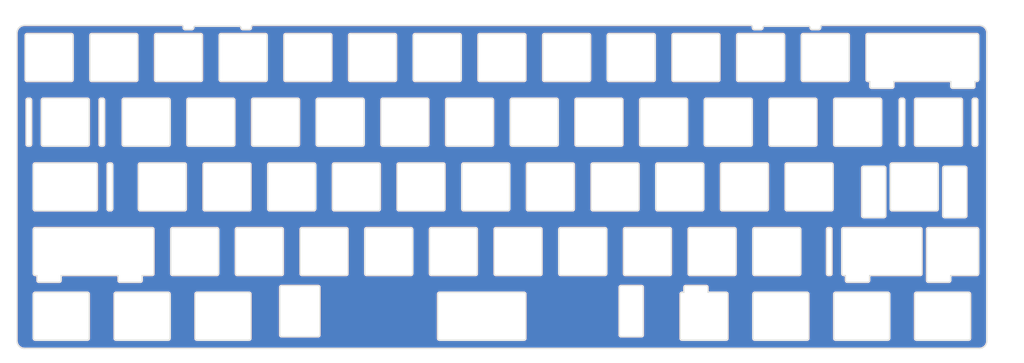
<source format=kicad_pcb>
(kicad_pcb (version 20171130) (host pcbnew "(5.1.11)-1")
  (layers (0 F.Cu signal) (31 B.Cu signal) (34 B.Paste user) (35 F.Paste user) (36 B.SilkS user) (37 F.SilkS user) (38 B.Mask user) (39 F.Mask user) (44 Edge.Cuts user))
  (net 0 "")
  (module logo:Eclipse (layer F.Cu) (at 106.44375 84.984375)
    (fp_text reference Eclipse hide)
    (fp_text value LOGO hide)
  )
  (module MX_Solder_SawnsProjects:sanpjxlogo (layer F.Cu) (at 163.64375 85.984375)
    (fp_text reference G*** hide)
    (fp_text value LOGO hide)
  )
  (gr_line (start 4.2875 22.075) (end 4.287499 35.075) (layer Edge.Cuts) (width 0.2))
  (gr_line (start 2.7875 35.075) (end 2.7875 22.074999) (layer Edge.Cuts) (width 0.2))
  (gr_arc (start 3.2875 22.075) (end 3.2875 21.575) (angle -90) (layer Edge.Cuts) (width 0.2))
  (gr_line (start 3.7875 35.575) (end 3.2875 35.575) (layer Edge.Cuts) (width 0.2))
  (gr_arc (start 3.2875 35.075) (end 2.7875 35.075) (angle -90) (layer Edge.Cuts) (width 0.2))
  (gr_arc (start 3.7875 22.075) (end 4.2875 22.075) (angle -90) (layer Edge.Cuts) (width 0.2))
  (gr_line (start 3.2875 21.575) (end 3.7875 21.575) (layer Edge.Cuts) (width 0.2))
  (gr_arc (start 3.787499 35.075) (end 3.7875 35.575) (angle -90) (layer Edge.Cuts) (width 0.2))
  (gr_arc (start 2.25 2.249999) (end 2.25 0) (angle -90) (layer Edge.Cuts) (width 0.2))
  (gr_line (start 48.55 0) (end 2.25 0) (layer Edge.Cuts) (width 0.2))
  (gr_arc (start 48.55 0.499999) (end 49.05 0.499999) (angle -90) (layer Edge.Cuts) (width 0.2))
  (gr_line (start 49.05 0.749999) (end 49.05 0.499999) (layer Edge.Cuts) (width 0.2))
  (gr_arc (start 49.55 0.749999) (end 49.05 0.749999) (angle -90) (layer Edge.Cuts) (width 0.2))
  (gr_line (start 51.55 1.249999) (end 49.55 1.249999) (layer Edge.Cuts) (width 0.2))
  (gr_arc (start 51.55 0.749999) (end 51.55 1.249999) (angle -90) (layer Edge.Cuts) (width 0.2))
  (gr_arc (start 52.55 0.749999) (end 52.55 0.249999) (angle -90) (layer Edge.Cuts) (width 0.2))
  (gr_line (start 65.55 0.249999) (end 52.55 0.249999) (layer Edge.Cuts) (width 0.2))
  (gr_arc (start 65.55 0.749999) (end 66.05 0.749999) (angle -90) (layer Edge.Cuts) (width 0.2))
  (gr_arc (start 66.55 0.749999) (end 66.05 0.749999) (angle -90) (layer Edge.Cuts) (width 0.2))
  (gr_line (start 68.55 1.249999) (end 66.55 1.249999) (layer Edge.Cuts) (width 0.2))
  (gr_arc (start 68.55 0.749999) (end 68.55 1.249999) (angle -90) (layer Edge.Cuts) (width 0.2))
  (gr_line (start 69.05 0.499999) (end 69.05 0.749999) (layer Edge.Cuts) (width 0.2))
  (gr_arc (start 69.55 0.499999) (end 69.55 0) (angle -90) (layer Edge.Cuts) (width 0.2))
  (gr_line (start 216.2 0) (end 69.55 0) (layer Edge.Cuts) (width 0.2))
  (gr_arc (start 216.2 0.499999) (end 216.7 0.499999) (angle -90) (layer Edge.Cuts) (width 0.2))
  (gr_line (start 216.7 0.749999) (end 216.7 0.499999) (layer Edge.Cuts) (width 0.2))
  (gr_arc (start 217.2 0.749999) (end 216.7 0.749999) (angle -90) (layer Edge.Cuts) (width 0.2))
  (gr_line (start 219.2 1.249999) (end 217.2 1.249999) (layer Edge.Cuts) (width 0.2))
  (gr_arc (start 219.2 0.749999) (end 219.2 1.249999) (angle -90) (layer Edge.Cuts) (width 0.2))
  (gr_arc (start 220.2 0.749999) (end 220.2 0.249999) (angle -90) (layer Edge.Cuts) (width 0.2))
  (gr_line (start 233.2 0.249999) (end 220.2 0.249999) (layer Edge.Cuts) (width 0.2))
  (gr_arc (start 233.2 0.749999) (end 233.7 0.749999) (angle -90) (layer Edge.Cuts) (width 0.2))
  (gr_arc (start 234.2 0.749999) (end 233.7 0.749999) (angle -90) (layer Edge.Cuts) (width 0.2))
  (gr_line (start 236.2 1.249999) (end 234.2 1.249999) (layer Edge.Cuts) (width 0.2))
  (gr_arc (start 236.2 0.749999) (end 236.2 1.249999) (angle -90) (layer Edge.Cuts) (width 0.2))
  (gr_line (start 236.7 0.499999) (end 236.7 0.749999) (layer Edge.Cuts) (width 0.2))
  (gr_arc (start 237.2 0.499999) (end 237.2 0) (angle -90) (layer Edge.Cuts) (width 0.2))
  (gr_line (start 283.5 0) (end 237.2 0) (layer Edge.Cuts) (width 0.2))
  (gr_arc (start 283.5 2.249999) (end 285.75 2.249999) (angle -90) (layer Edge.Cuts) (width 0.2))
  (gr_line (start 285.75 92.999999) (end 285.75 2.249999) (layer Edge.Cuts) (width 0.2))
  (gr_arc (start 283.5 92.999999) (end 283.5 95.249999) (angle -90) (layer Edge.Cuts) (width 0.2))
  (gr_line (start 2.25 95.249999) (end 283.5 95.249999) (layer Edge.Cuts) (width 0.2))
  (gr_arc (start 2.25 92.999999) (end 0 92.999999) (angle -90) (layer Edge.Cuts) (width 0.2))
  (gr_line (start 0 2.249999) (end 0 92.999999) (layer Edge.Cuts) (width 0.2))
  (gr_arc (start 195.90625 79.225) (end 195.90625 78.725) (angle -90) (layer Edge.Cuts) (width 0.2))
  (gr_line (start 195.40625 92.225) (end 195.40625 79.225) (layer Edge.Cuts) (width 0.2))
  (gr_arc (start 195.90625 92.225) (end 195.40625 92.225) (angle -90) (layer Edge.Cuts) (width 0.2))
  (gr_line (start 208.90625 92.725) (end 195.90625 92.725) (layer Edge.Cuts) (width 0.2))
  (gr_arc (start 208.90625 92.225) (end 208.90625 92.725) (angle -90) (layer Edge.Cuts) (width 0.2))
  (gr_line (start 209.40625 79.225) (end 209.40625 92.225) (layer Edge.Cuts) (width 0.2))
  (gr_arc (start 208.90625 79.225) (end 209.40625 79.225) (angle -90) (layer Edge.Cuts) (width 0.2))
  (gr_line (start 203.525 78.725) (end 208.90625 78.725) (layer Edge.Cuts) (width 0.2))
  (gr_line (start 203.525 77.225) (end 203.525 78.725) (layer Edge.Cuts) (width 0.2))
  (gr_arc (start 203.025 77.225) (end 203.525 77.225) (angle -90) (layer Edge.Cuts) (width 0.2))
  (gr_line (start 197.025 76.725) (end 203.025 76.725) (layer Edge.Cuts) (width 0.2))
  (gr_arc (start 197.025 77.225) (end 197.025 76.725) (angle -90) (layer Edge.Cuts) (width 0.2))
  (gr_line (start 196.525 78.725) (end 196.525 77.225) (layer Edge.Cuts) (width 0.2))
  (gr_line (start 195.90625 78.725) (end 196.525 78.725) (layer Edge.Cuts) (width 0.2))
  (gr_arc (start 177.96875 91.225) (end 177.46875 91.225) (angle -90) (layer Edge.Cuts) (width 0.2))
  (gr_line (start 183.96875 91.725) (end 177.96875 91.725) (layer Edge.Cuts) (width 0.2))
  (gr_arc (start 183.96875 91.225) (end 183.96875 91.725) (angle -90) (layer Edge.Cuts) (width 0.2))
  (gr_line (start 184.46875 77.225) (end 184.46875 91.225) (layer Edge.Cuts) (width 0.2))
  (gr_arc (start 183.96875 77.225) (end 184.46875 77.225) (angle -90) (layer Edge.Cuts) (width 0.2))
  (gr_line (start 177.96875 76.725) (end 183.96875 76.725) (layer Edge.Cuts) (width 0.2))
  (gr_arc (start 177.96875 77.225) (end 177.96875 76.725) (angle -90) (layer Edge.Cuts) (width 0.2))
  (gr_line (start 177.46875 91.225) (end 177.46875 77.225) (layer Edge.Cuts) (width 0.2))
  (gr_arc (start 88.725 91.225) (end 88.725 91.725) (angle -90) (layer Edge.Cuts) (width 0.2))
  (gr_line (start 89.225 77.225) (end 89.225 91.225) (layer Edge.Cuts) (width 0.2))
  (gr_arc (start 88.725 77.225) (end 89.225 77.225) (angle -90) (layer Edge.Cuts) (width 0.2))
  (gr_line (start 77.96875 76.725) (end 88.725 76.725) (layer Edge.Cuts) (width 0.2))
  (gr_arc (start 77.96875 77.225) (end 77.96875 76.725) (angle -90) (layer Edge.Cuts) (width 0.2))
  (gr_line (start 77.46875 91.225) (end 77.46875 77.225) (layer Edge.Cuts) (width 0.2))
  (gr_arc (start 77.96875 91.225) (end 77.46875 91.225) (angle -90) (layer Edge.Cuts) (width 0.2))
  (gr_line (start 88.725 91.725) (end 77.96875 91.725) (layer Edge.Cuts) (width 0.2))
  (gr_arc (start 174.475 3.024999) (end 174.475 2.524999) (angle -90) (layer Edge.Cuts) (width 0.2))
  (gr_line (start 173.975 16.024999) (end 173.975 3.025) (layer Edge.Cuts) (width 0.2))
  (gr_arc (start 174.475 16.025) (end 173.975 16.024999) (angle -90) (layer Edge.Cuts) (width 0.2))
  (gr_line (start 187.475 16.525) (end 174.475 16.525) (layer Edge.Cuts) (width 0.2))
  (gr_arc (start 187.475 16.024999) (end 187.475 16.525) (angle -90) (layer Edge.Cuts) (width 0.2))
  (gr_line (start 187.975 3.025) (end 187.975 16.024999) (layer Edge.Cuts) (width 0.2))
  (gr_arc (start 187.475 3.024999) (end 187.975 3.025) (angle -90) (layer Edge.Cuts) (width 0.2))
  (gr_line (start 174.475 2.524999) (end 187.475 2.524999) (layer Edge.Cuts) (width 0.2))
  (gr_arc (start 212.575 3.024999) (end 212.575 2.524999) (angle -90) (layer Edge.Cuts) (width 0.2))
  (gr_line (start 212.075 16.024999) (end 212.075 3.025) (layer Edge.Cuts) (width 0.2))
  (gr_arc (start 212.575 16.025) (end 212.075 16.024999) (angle -90) (layer Edge.Cuts) (width 0.2))
  (gr_line (start 225.575 16.525) (end 212.575 16.525) (layer Edge.Cuts) (width 0.2))
  (gr_arc (start 225.575 16.024999) (end 225.575 16.525) (angle -90) (layer Edge.Cuts) (width 0.2))
  (gr_line (start 226.075 3.025) (end 226.075 16.024999) (layer Edge.Cuts) (width 0.2))
  (gr_arc (start 225.575 3.024999) (end 226.075 3.025) (angle -90) (layer Edge.Cuts) (width 0.2))
  (gr_line (start 212.575 2.524999) (end 225.575 2.524999) (layer Edge.Cuts) (width 0.2))
  (gr_arc (start 7.7875 22.075) (end 7.7875 21.575) (angle -90) (layer Edge.Cuts) (width 0.2))
  (gr_line (start 7.2875 35.075) (end 7.2875 22.074999) (layer Edge.Cuts) (width 0.2))
  (gr_arc (start 7.7875 35.075) (end 7.2875 35.075) (angle -90) (layer Edge.Cuts) (width 0.2))
  (gr_line (start 20.7875 35.575) (end 7.7875 35.575) (layer Edge.Cuts) (width 0.2))
  (gr_arc (start 20.7875 35.075) (end 20.7875 35.575) (angle -90) (layer Edge.Cuts) (width 0.2))
  (gr_line (start 21.2875 22.075) (end 21.2875 35.075) (layer Edge.Cuts) (width 0.2))
  (gr_arc (start 20.7875 22.075) (end 21.2875 22.075) (angle -90) (layer Edge.Cuts) (width 0.2))
  (gr_line (start 7.7875 21.575) (end 20.7875 21.575) (layer Edge.Cuts) (width 0.2))
  (gr_arc (start 193.525 3.024999) (end 193.525 2.524999) (angle -90) (layer Edge.Cuts) (width 0.2))
  (gr_line (start 193.025 16.024999) (end 193.025 3.025) (layer Edge.Cuts) (width 0.2))
  (gr_arc (start 193.525 16.025) (end 193.025 16.024999) (angle -90) (layer Edge.Cuts) (width 0.2))
  (gr_line (start 206.525 16.525) (end 193.525 16.525) (layer Edge.Cuts) (width 0.2))
  (gr_arc (start 206.525 16.024999) (end 206.525 16.525) (angle -90) (layer Edge.Cuts) (width 0.2))
  (gr_line (start 207.025 3.025) (end 207.025 16.024999) (layer Edge.Cuts) (width 0.2))
  (gr_arc (start 206.525 3.024999) (end 207.025 3.025) (angle -90) (layer Edge.Cuts) (width 0.2))
  (gr_line (start 193.525 2.524999) (end 206.525 2.524999) (layer Edge.Cuts) (width 0.2))
  (gr_arc (start 231.625 3.024999) (end 231.625 2.524999) (angle -90) (layer Edge.Cuts) (width 0.2))
  (gr_line (start 231.125 16.024999) (end 231.125 3.025) (layer Edge.Cuts) (width 0.2))
  (gr_arc (start 231.625 16.025) (end 231.125 16.024999) (angle -90) (layer Edge.Cuts) (width 0.2))
  (gr_line (start 244.625 16.525) (end 231.625 16.525) (layer Edge.Cuts) (width 0.2))
  (gr_arc (start 244.625 16.024999) (end 244.625 16.525) (angle -90) (layer Edge.Cuts) (width 0.2))
  (gr_line (start 245.125 3.025) (end 245.125 16.024999) (layer Edge.Cuts) (width 0.2))
  (gr_arc (start 244.625 3.024999) (end 245.125 3.025) (angle -90) (layer Edge.Cuts) (width 0.2))
  (gr_line (start 231.625 2.524999) (end 244.625 2.524999) (layer Edge.Cuts) (width 0.2))
  (gr_arc (start 282.725 3.024999) (end 283.225 3.025) (angle -90) (layer Edge.Cuts) (width 0.2))
  (gr_line (start 250.675 2.525) (end 282.725 2.524999) (layer Edge.Cuts) (width 0.2))
  (gr_arc (start 250.675 3.025) (end 250.675 2.525) (angle -90) (layer Edge.Cuts) (width 0.2))
  (gr_line (start 250.175 16.024999) (end 250.175 3.025) (layer Edge.Cuts) (width 0.2))
  (gr_arc (start 250.675 16.025) (end 250.175 16.024999) (angle -90) (layer Edge.Cuts) (width 0.2))
  (gr_line (start 251.262 16.524999) (end 250.675 16.525) (layer Edge.Cuts) (width 0.2))
  (gr_line (start 251.262 18.025) (end 251.262 16.524999) (layer Edge.Cuts) (width 0.2))
  (gr_arc (start 251.762 18.025) (end 251.262 18.025) (angle -90) (layer Edge.Cuts) (width 0.2))
  (gr_line (start 257.762 18.525) (end 251.762 18.525) (layer Edge.Cuts) (width 0.2))
  (gr_arc (start 257.762 18.025) (end 257.762 18.525) (angle -90) (layer Edge.Cuts) (width 0.2))
  (gr_line (start 258.262 16.524999) (end 258.262 18.025) (layer Edge.Cuts) (width 0.2))
  (gr_line (start 275.138 16.524999) (end 258.262 16.524999) (layer Edge.Cuts) (width 0.2))
  (gr_line (start 275.138 18.025) (end 275.138 16.524999) (layer Edge.Cuts) (width 0.2))
  (gr_arc (start 275.638 18.024999) (end 275.138 18.025) (angle -90) (layer Edge.Cuts) (width 0.2))
  (gr_line (start 281.638 18.525) (end 275.638 18.525) (layer Edge.Cuts) (width 0.2))
  (gr_arc (start 281.638 18.025) (end 281.638 18.525) (angle -90) (layer Edge.Cuts) (width 0.2))
  (gr_line (start 282.138 16.524999) (end 282.138 18.025) (layer Edge.Cuts) (width 0.2))
  (gr_line (start 282.725 16.525) (end 282.138 16.524999) (layer Edge.Cuts) (width 0.2))
  (gr_arc (start 282.725 16.024999) (end 282.725 16.525) (angle -90) (layer Edge.Cuts) (width 0.2))
  (gr_line (start 283.225 3.025) (end 283.225 16.024999) (layer Edge.Cuts) (width 0.2))
  (gr_arc (start 155.425 3.024999) (end 155.425 2.524999) (angle -90) (layer Edge.Cuts) (width 0.2))
  (gr_line (start 154.925 16.024999) (end 154.925 3.025) (layer Edge.Cuts) (width 0.2))
  (gr_arc (start 155.425 16.025) (end 154.925 16.024999) (angle -90) (layer Edge.Cuts) (width 0.2))
  (gr_line (start 168.425 16.525) (end 155.425 16.525) (layer Edge.Cuts) (width 0.2))
  (gr_arc (start 168.425 16.024999) (end 168.425 16.525) (angle -90) (layer Edge.Cuts) (width 0.2))
  (gr_line (start 168.925 3.025) (end 168.925 16.024999) (layer Edge.Cuts) (width 0.2))
  (gr_arc (start 168.425 3.024999) (end 168.925 3.025) (angle -90) (layer Edge.Cuts) (width 0.2))
  (gr_line (start 155.425 2.524999) (end 168.425 2.524999) (layer Edge.Cuts) (width 0.2))
  (gr_arc (start 136.375 3.024999) (end 136.375 2.524999) (angle -90) (layer Edge.Cuts) (width 0.2))
  (gr_line (start 135.875 16.024999) (end 135.875 3.025) (layer Edge.Cuts) (width 0.2))
  (gr_arc (start 136.375 16.025) (end 135.875 16.024999) (angle -90) (layer Edge.Cuts) (width 0.2))
  (gr_line (start 149.375 16.525) (end 136.375 16.525) (layer Edge.Cuts) (width 0.2))
  (gr_arc (start 149.375 16.024999) (end 149.375 16.525) (angle -90) (layer Edge.Cuts) (width 0.2))
  (gr_line (start 149.875 3.025) (end 149.875 16.024999) (layer Edge.Cuts) (width 0.2))
  (gr_arc (start 149.375 3.024999) (end 149.875 3.025) (angle -90) (layer Edge.Cuts) (width 0.2))
  (gr_line (start 136.375 2.524999) (end 149.375 2.524999) (layer Edge.Cuts) (width 0.2))
  (gr_arc (start 117.325 3.024999) (end 117.325 2.524999) (angle -90) (layer Edge.Cuts) (width 0.2))
  (gr_line (start 116.825 16.024999) (end 116.825 3.025) (layer Edge.Cuts) (width 0.2))
  (gr_arc (start 117.325 16.025) (end 116.825 16.024999) (angle -90) (layer Edge.Cuts) (width 0.2))
  (gr_line (start 130.324999 16.525) (end 117.325 16.525) (layer Edge.Cuts) (width 0.2))
  (gr_arc (start 130.324999 16.024999) (end 130.324999 16.525) (angle -90) (layer Edge.Cuts) (width 0.2))
  (gr_line (start 130.824999 3.025) (end 130.824999 16.024999) (layer Edge.Cuts) (width 0.2))
  (gr_arc (start 130.324999 3.024999) (end 130.824999 3.025) (angle -90) (layer Edge.Cuts) (width 0.2))
  (gr_line (start 117.325 2.524999) (end 130.324999 2.524999) (layer Edge.Cuts) (width 0.2))
  (gr_arc (start 98.275 3.024999) (end 98.275 2.524999) (angle -90) (layer Edge.Cuts) (width 0.2))
  (gr_line (start 97.775 16.024999) (end 97.775 3.025) (layer Edge.Cuts) (width 0.2))
  (gr_arc (start 98.275 16.025) (end 97.775 16.024999) (angle -90) (layer Edge.Cuts) (width 0.2))
  (gr_line (start 111.275 16.525) (end 98.275 16.525) (layer Edge.Cuts) (width 0.2))
  (gr_arc (start 111.275 16.024999) (end 111.275 16.525) (angle -90) (layer Edge.Cuts) (width 0.2))
  (gr_line (start 111.775 3.025) (end 111.775 16.024999) (layer Edge.Cuts) (width 0.2))
  (gr_arc (start 111.275 3.025) (end 111.775 3.025) (angle -90) (layer Edge.Cuts) (width 0.2))
  (gr_line (start 98.275 2.524999) (end 111.275 2.524999) (layer Edge.Cuts) (width 0.2))
  (gr_arc (start 41.125 3.025) (end 41.125 2.524999) (angle -90) (layer Edge.Cuts) (width 0.2))
  (gr_line (start 40.625 16.024999) (end 40.624999 3.025) (layer Edge.Cuts) (width 0.2))
  (gr_arc (start 41.125 16.024999) (end 40.625 16.024999) (angle -90) (layer Edge.Cuts) (width 0.2))
  (gr_line (start 54.125 16.525) (end 41.125 16.524999) (layer Edge.Cuts) (width 0.2))
  (gr_arc (start 54.125 16.025) (end 54.125 16.525) (angle -90) (layer Edge.Cuts) (width 0.2))
  (gr_line (start 54.625 3.025) (end 54.625 16.024999) (layer Edge.Cuts) (width 0.2))
  (gr_arc (start 54.125 3.024999) (end 54.625 3.025) (angle -90) (layer Edge.Cuts) (width 0.2))
  (gr_line (start 41.125 2.524999) (end 54.125 2.525) (layer Edge.Cuts) (width 0.2))
  (gr_arc (start 79.225 3.024999) (end 79.225 2.524999) (angle -90) (layer Edge.Cuts) (width 0.2))
  (gr_line (start 78.725 16.024999) (end 78.725 3.025) (layer Edge.Cuts) (width 0.2))
  (gr_arc (start 79.225 16.024999) (end 78.725 16.024999) (angle -90) (layer Edge.Cuts) (width 0.2))
  (gr_line (start 92.225 16.525) (end 79.225 16.524999) (layer Edge.Cuts) (width 0.2))
  (gr_arc (start 92.225 16.024999) (end 92.225 16.525) (angle -90) (layer Edge.Cuts) (width 0.2))
  (gr_line (start 92.725 3.025) (end 92.725 16.024999) (layer Edge.Cuts) (width 0.2))
  (gr_arc (start 92.225 3.025) (end 92.725 3.025) (angle -90) (layer Edge.Cuts) (width 0.2))
  (gr_line (start 79.225 2.524999) (end 92.225 2.524999) (layer Edge.Cuts) (width 0.2))
  (gr_arc (start 60.175 3.024999) (end 60.175 2.524999) (angle -90) (layer Edge.Cuts) (width 0.2))
  (gr_line (start 59.675 16.024999) (end 59.675 3.025) (layer Edge.Cuts) (width 0.2))
  (gr_arc (start 60.175 16.025) (end 59.675 16.024999) (angle -90) (layer Edge.Cuts) (width 0.2))
  (gr_line (start 73.175 16.525) (end 60.175 16.524999) (layer Edge.Cuts) (width 0.2))
  (gr_arc (start 73.175 16.024999) (end 73.175 16.525) (angle -90) (layer Edge.Cuts) (width 0.2))
  (gr_line (start 73.675 3.025) (end 73.675 16.024999) (layer Edge.Cuts) (width 0.2))
  (gr_arc (start 73.175 3.025) (end 73.675 3.025) (angle -90) (layer Edge.Cuts) (width 0.2))
  (gr_line (start 60.175 2.524999) (end 73.175 2.525) (layer Edge.Cuts) (width 0.2))
  (gr_arc (start 22.075 3.024999) (end 22.075 2.524999) (angle -90) (layer Edge.Cuts) (width 0.2))
  (gr_line (start 21.575 16.024999) (end 21.574999 3.025) (layer Edge.Cuts) (width 0.2))
  (gr_arc (start 22.075 16.024999) (end 21.575 16.024999) (angle -90) (layer Edge.Cuts) (width 0.2))
  (gr_line (start 35.075 16.525) (end 22.075 16.524999) (layer Edge.Cuts) (width 0.2))
  (gr_arc (start 35.075 16.024999) (end 35.075 16.525) (angle -90) (layer Edge.Cuts) (width 0.2))
  (gr_line (start 35.575 3.025) (end 35.575 16.024999) (layer Edge.Cuts) (width 0.2))
  (gr_arc (start 35.075 3.025) (end 35.575 3.025) (angle -90) (layer Edge.Cuts) (width 0.2))
  (gr_line (start 22.075 2.524999) (end 35.075 2.525) (layer Edge.Cuts) (width 0.2))
  (gr_arc (start 103.0375 60.175) (end 103.0375 59.675) (angle -90) (layer Edge.Cuts) (width 0.2))
  (gr_line (start 102.5375 73.175) (end 102.5375 60.175) (layer Edge.Cuts) (width 0.2))
  (gr_arc (start 103.0375 73.175) (end 102.5375 73.175) (angle -90) (layer Edge.Cuts) (width 0.2))
  (gr_line (start 116.0375 73.675) (end 103.0375 73.675) (layer Edge.Cuts) (width 0.2))
  (gr_arc (start 116.0375 73.175) (end 116.0375 73.675) (angle -90) (layer Edge.Cuts) (width 0.2))
  (gr_line (start 116.5375 60.175) (end 116.5375 73.175) (layer Edge.Cuts) (width 0.2))
  (gr_arc (start 116.0375 60.175) (end 116.5375 60.175) (angle -90) (layer Edge.Cuts) (width 0.2))
  (gr_line (start 103.0375 59.675) (end 116.0375 59.675) (layer Edge.Cuts) (width 0.2))
  (gr_arc (start 3.025 3.025) (end 3.025 2.524999) (angle -90) (layer Edge.Cuts) (width 0.2))
  (gr_line (start 2.525 16.024999) (end 2.524999 3.025) (layer Edge.Cuts) (width 0.2))
  (gr_arc (start 3.025 16.024999) (end 2.525 16.024999) (angle -90) (layer Edge.Cuts) (width 0.2))
  (gr_line (start 16.024999 16.525) (end 3.025 16.525) (layer Edge.Cuts) (width 0.2))
  (gr_arc (start 16.024999 16.024999) (end 16.024999 16.525) (angle -90) (layer Edge.Cuts) (width 0.2))
  (gr_line (start 16.525 3.025) (end 16.525 16.024999) (layer Edge.Cuts) (width 0.2))
  (gr_arc (start 16.024999 3.025) (end 16.525 3.025) (angle -90) (layer Edge.Cuts) (width 0.2))
  (gr_line (start 3.025 2.524999) (end 16.024999 2.524999) (layer Edge.Cuts) (width 0.2))
  (gr_arc (start 179.2375 60.175) (end 179.2375 59.675) (angle -90) (layer Edge.Cuts) (width 0.2))
  (gr_line (start 178.7375 73.175) (end 178.7375 60.175) (layer Edge.Cuts) (width 0.2))
  (gr_arc (start 179.2375 73.175) (end 178.7375 73.175) (angle -90) (layer Edge.Cuts) (width 0.2))
  (gr_line (start 192.2375 73.675) (end 179.2375 73.675) (layer Edge.Cuts) (width 0.2))
  (gr_arc (start 192.2375 73.174999) (end 192.2375 73.675) (angle -90) (layer Edge.Cuts) (width 0.2))
  (gr_line (start 192.7375 60.175) (end 192.7375 73.175) (layer Edge.Cuts) (width 0.2))
  (gr_arc (start 192.2375 60.175) (end 192.7375 60.175) (angle -90) (layer Edge.Cuts) (width 0.2))
  (gr_line (start 179.2375 59.675) (end 192.2375 59.675) (layer Edge.Cuts) (width 0.2))
  (gr_arc (start 64.9375 60.175) (end 64.9375 59.675) (angle -90) (layer Edge.Cuts) (width 0.2))
  (gr_line (start 64.4375 73.175) (end 64.4375 60.175) (layer Edge.Cuts) (width 0.2))
  (gr_arc (start 64.9375 73.175) (end 64.4375 73.175) (angle -90) (layer Edge.Cuts) (width 0.2))
  (gr_line (start 77.9375 73.675) (end 64.9375 73.675) (layer Edge.Cuts) (width 0.2))
  (gr_arc (start 77.9375 73.175) (end 77.9375 73.675) (angle -90) (layer Edge.Cuts) (width 0.2))
  (gr_line (start 78.4375 60.175) (end 78.4375 73.175) (layer Edge.Cuts) (width 0.2))
  (gr_arc (start 77.9375 60.175) (end 78.4375 60.175) (angle -90) (layer Edge.Cuts) (width 0.2))
  (gr_line (start 64.9375 59.675) (end 77.9375 59.675) (layer Edge.Cuts) (width 0.2))
  (gr_arc (start 141.1375 60.175) (end 141.1375 59.675) (angle -90) (layer Edge.Cuts) (width 0.2))
  (gr_line (start 140.6375 73.175) (end 140.6375 60.175) (layer Edge.Cuts) (width 0.2))
  (gr_arc (start 141.1375 73.175) (end 140.6375 73.175) (angle -90) (layer Edge.Cuts) (width 0.2))
  (gr_line (start 154.1375 73.675) (end 141.1375 73.675) (layer Edge.Cuts) (width 0.2))
  (gr_arc (start 154.1375 73.174999) (end 154.1375 73.675) (angle -90) (layer Edge.Cuts) (width 0.2))
  (gr_line (start 154.6375 60.175) (end 154.6375 73.175) (layer Edge.Cuts) (width 0.2))
  (gr_arc (start 154.1375 60.175) (end 154.6375 60.175) (angle -90) (layer Edge.Cuts) (width 0.2))
  (gr_line (start 141.1375 59.675) (end 154.1375 59.675) (layer Edge.Cuts) (width 0.2))
  (gr_arc (start 58.8875 60.175) (end 59.3875 60.175) (angle -90) (layer Edge.Cuts) (width 0.2))
  (gr_line (start 45.8875 59.675) (end 58.8875 59.675) (layer Edge.Cuts) (width 0.2))
  (gr_arc (start 45.8875 60.175) (end 45.8875 59.675) (angle -90) (layer Edge.Cuts) (width 0.2))
  (gr_line (start 45.3875 73.175) (end 45.3875 60.175) (layer Edge.Cuts) (width 0.2))
  (gr_arc (start 45.8875 73.175) (end 45.3875 73.175) (angle -90) (layer Edge.Cuts) (width 0.2))
  (gr_line (start 58.8875 73.675) (end 45.8875 73.675) (layer Edge.Cuts) (width 0.2))
  (gr_arc (start 58.8875 73.175) (end 58.8875 73.675) (angle -90) (layer Edge.Cuts) (width 0.2))
  (gr_line (start 59.3875 60.175) (end 59.3875 73.175) (layer Edge.Cuts) (width 0.2))
  (gr_arc (start 160.1875 60.175) (end 160.1875 59.675) (angle -90) (layer Edge.Cuts) (width 0.2))
  (gr_line (start 159.6875 73.175) (end 159.6875 60.175) (layer Edge.Cuts) (width 0.2))
  (gr_arc (start 160.1875 73.175) (end 159.6875 73.175) (angle -90) (layer Edge.Cuts) (width 0.2))
  (gr_line (start 173.1875 73.675) (end 160.1875 73.675) (layer Edge.Cuts) (width 0.2))
  (gr_arc (start 173.1875 73.174999) (end 173.1875 73.675) (angle -90) (layer Edge.Cuts) (width 0.2))
  (gr_line (start 173.6875 60.175) (end 173.6875 73.175) (layer Edge.Cuts) (width 0.2))
  (gr_arc (start 173.1875 60.175) (end 173.6875 60.175) (angle -90) (layer Edge.Cuts) (width 0.2))
  (gr_line (start 160.1875 59.675) (end 173.1875 59.675) (layer Edge.Cuts) (width 0.2))
  (gr_arc (start 122.0875 60.175) (end 122.0875 59.675) (angle -90) (layer Edge.Cuts) (width 0.2))
  (gr_line (start 121.5875 73.175) (end 121.5875 60.175) (layer Edge.Cuts) (width 0.2))
  (gr_arc (start 122.0875 73.175) (end 121.5875 73.175) (angle -90) (layer Edge.Cuts) (width 0.2))
  (gr_line (start 135.0875 73.675) (end 122.0875 73.675) (layer Edge.Cuts) (width 0.2))
  (gr_arc (start 135.0875 73.175) (end 135.0875 73.675) (angle -90) (layer Edge.Cuts) (width 0.2))
  (gr_line (start 135.5875 60.175) (end 135.5875 73.175) (layer Edge.Cuts) (width 0.2))
  (gr_arc (start 135.0875 60.175) (end 135.5875 60.175) (angle -90) (layer Edge.Cuts) (width 0.2))
  (gr_line (start 122.0875 59.675) (end 135.0875 59.675) (layer Edge.Cuts) (width 0.2))
  (gr_arc (start 198.2875 60.175) (end 198.2875 59.675) (angle -90) (layer Edge.Cuts) (width 0.2))
  (gr_line (start 197.7875 73.175) (end 197.7875 60.175) (layer Edge.Cuts) (width 0.2))
  (gr_arc (start 198.2875 73.175) (end 197.7875 73.175) (angle -90) (layer Edge.Cuts) (width 0.2))
  (gr_line (start 211.2875 73.675) (end 198.2875 73.675) (layer Edge.Cuts) (width 0.2))
  (gr_arc (start 211.2875 73.174999) (end 211.2875 73.675) (angle -90) (layer Edge.Cuts) (width 0.2))
  (gr_line (start 211.7875 60.175) (end 211.7875 73.175) (layer Edge.Cuts) (width 0.2))
  (gr_arc (start 211.2875 60.175) (end 211.7875 60.175) (angle -90) (layer Edge.Cuts) (width 0.2))
  (gr_line (start 198.2875 59.675) (end 211.2875 59.675) (layer Edge.Cuts) (width 0.2))
  (gr_arc (start 83.987499 60.175) (end 83.9875 59.675) (angle -90) (layer Edge.Cuts) (width 0.2))
  (gr_line (start 83.487499 73.175) (end 83.487499 60.175) (layer Edge.Cuts) (width 0.2))
  (gr_arc (start 83.9875 73.175) (end 83.487499 73.175) (angle -90) (layer Edge.Cuts) (width 0.2))
  (gr_line (start 96.9875 73.675) (end 83.9875 73.675) (layer Edge.Cuts) (width 0.2))
  (gr_arc (start 96.9875 73.175) (end 96.9875 73.675) (angle -90) (layer Edge.Cuts) (width 0.2))
  (gr_line (start 97.4875 60.175) (end 97.4875 73.175) (layer Edge.Cuts) (width 0.2))
  (gr_arc (start 96.9875 60.175) (end 97.4875 60.175) (angle -90) (layer Edge.Cuts) (width 0.2))
  (gr_line (start 83.9875 59.675) (end 96.9875 59.675) (layer Edge.Cuts) (width 0.2))
  (gr_arc (start 217.3375 60.175) (end 217.3375 59.675) (angle -90) (layer Edge.Cuts) (width 0.2))
  (gr_line (start 216.8375 73.175) (end 216.8375 60.175) (layer Edge.Cuts) (width 0.2))
  (gr_arc (start 217.3375 73.175) (end 216.8375 73.175) (angle -90) (layer Edge.Cuts) (width 0.2))
  (gr_line (start 230.3375 73.675) (end 217.3375 73.675) (layer Edge.Cuts) (width 0.2))
  (gr_arc (start 230.3375 73.174999) (end 230.3375 73.675) (angle -90) (layer Edge.Cuts) (width 0.2))
  (gr_line (start 230.8375 60.175) (end 230.8375 73.175) (layer Edge.Cuts) (width 0.2))
  (gr_arc (start 230.3375 60.175) (end 230.8375 60.175) (angle -90) (layer Edge.Cuts) (width 0.2))
  (gr_line (start 217.3375 59.675) (end 230.3375 59.675) (layer Edge.Cuts) (width 0.2))
  (gr_arc (start 280.34375 92.225) (end 280.34375 92.725) (angle -90) (layer Edge.Cuts) (width 0.2))
  (gr_line (start 280.84375 79.225) (end 280.84375 92.225) (layer Edge.Cuts) (width 0.2))
  (gr_arc (start 280.34375 79.225) (end 280.84375 79.225) (angle -90) (layer Edge.Cuts) (width 0.2))
  (gr_line (start 264.962499 78.725) (end 280.34375 78.725) (layer Edge.Cuts) (width 0.2))
  (gr_arc (start 264.962499 79.225) (end 264.962499 78.725) (angle -90) (layer Edge.Cuts) (width 0.2))
  (gr_line (start 264.462499 92.225) (end 264.462499 79.225) (layer Edge.Cuts) (width 0.2))
  (gr_arc (start 264.962499 92.225) (end 264.462499 92.225) (angle -90) (layer Edge.Cuts) (width 0.2))
  (gr_line (start 280.34375 92.725) (end 264.962499 92.725) (layer Edge.Cuts) (width 0.2))
  (gr_arc (start 149.375 79.225) (end 149.875 79.225) (angle -90) (layer Edge.Cuts) (width 0.2))
  (gr_line (start 124.46875 78.725) (end 149.375 78.725) (layer Edge.Cuts) (width 0.2))
  (gr_arc (start 124.46875 79.225) (end 124.46875 78.725) (angle -90) (layer Edge.Cuts) (width 0.2))
  (gr_line (start 123.96875 92.225) (end 123.96875 79.225) (layer Edge.Cuts) (width 0.2))
  (gr_arc (start 124.46875 92.225) (end 123.96875 92.225) (angle -90) (layer Edge.Cuts) (width 0.2))
  (gr_line (start 149.375 92.725) (end 124.46875 92.725) (layer Edge.Cuts) (width 0.2))
  (gr_arc (start 149.375 92.225) (end 149.375 92.725) (angle -90) (layer Edge.Cuts) (width 0.2))
  (gr_line (start 149.875 79.225) (end 149.875 92.225) (layer Edge.Cuts) (width 0.2))
  (gr_arc (start 256.53125 79.225) (end 257.03125 79.225) (angle -90) (layer Edge.Cuts) (width 0.2))
  (gr_line (start 241.15 78.725) (end 256.53125 78.725) (layer Edge.Cuts) (width 0.2))
  (gr_arc (start 241.15 79.225) (end 241.15 78.725) (angle -90) (layer Edge.Cuts) (width 0.2))
  (gr_line (start 240.65 92.225) (end 240.65 79.225) (layer Edge.Cuts) (width 0.2))
  (gr_arc (start 241.15 92.224999) (end 240.65 92.225) (angle -90) (layer Edge.Cuts) (width 0.2))
  (gr_line (start 256.53125 92.725) (end 241.15 92.725) (layer Edge.Cuts) (width 0.2))
  (gr_arc (start 256.53125 92.224999) (end 256.53125 92.725) (angle -90) (layer Edge.Cuts) (width 0.2))
  (gr_line (start 257.03125 79.225) (end 257.03125 92.225) (layer Edge.Cuts) (width 0.2))
  (gr_arc (start 232.71875 79.225) (end 233.21875 79.225) (angle -90) (layer Edge.Cuts) (width 0.2))
  (gr_line (start 217.3375 78.725) (end 232.71875 78.725) (layer Edge.Cuts) (width 0.2))
  (gr_arc (start 217.3375 79.225) (end 217.3375 78.725) (angle -90) (layer Edge.Cuts) (width 0.2))
  (gr_line (start 216.8375 92.225) (end 216.8375 79.225) (layer Edge.Cuts) (width 0.2))
  (gr_arc (start 217.3375 92.225) (end 216.8375 92.225) (angle -90) (layer Edge.Cuts) (width 0.2))
  (gr_line (start 232.71875 92.725) (end 217.3375 92.725) (layer Edge.Cuts) (width 0.2))
  (gr_arc (start 232.71875 92.224999) (end 232.71875 92.725) (angle -90) (layer Edge.Cuts) (width 0.2))
  (gr_line (start 233.21875 79.225) (end 233.21875 92.225) (layer Edge.Cuts) (width 0.2))
  (gr_arc (start 29.21875 79.225) (end 29.21875 78.725) (angle -90) (layer Edge.Cuts) (width 0.2))
  (gr_line (start 28.71875 92.225) (end 28.71875 79.225) (layer Edge.Cuts) (width 0.2))
  (gr_arc (start 29.21875 92.225) (end 28.71875 92.225) (angle -90) (layer Edge.Cuts) (width 0.2))
  (gr_line (start 44.6 92.725) (end 29.21875 92.725) (layer Edge.Cuts) (width 0.2))
  (gr_arc (start 44.6 92.225) (end 44.6 92.725) (angle -90) (layer Edge.Cuts) (width 0.2))
  (gr_line (start 45.099999 79.225) (end 45.1 92.225) (layer Edge.Cuts) (width 0.2))
  (gr_arc (start 44.599999 79.225) (end 45.099999 79.225) (angle -90) (layer Edge.Cuts) (width 0.2))
  (gr_line (start 29.21875 78.725) (end 44.6 78.725) (layer Edge.Cuts) (width 0.2))
  (gr_arc (start 5.40625 79.225) (end 5.40625 78.725) (angle -90) (layer Edge.Cuts) (width 0.2))
  (gr_line (start 4.90625 92.225) (end 4.90625 79.225) (layer Edge.Cuts) (width 0.2))
  (gr_arc (start 5.40625 92.225) (end 4.90625 92.225) (angle -90) (layer Edge.Cuts) (width 0.2))
  (gr_line (start 20.7875 92.725) (end 5.406249 92.725) (layer Edge.Cuts) (width 0.2))
  (gr_arc (start 20.787499 92.225) (end 20.7875 92.725) (angle -90) (layer Edge.Cuts) (width 0.2))
  (gr_line (start 21.2875 79.225) (end 21.2875 92.225) (layer Edge.Cuts) (width 0.2))
  (gr_arc (start 20.7875 79.225) (end 21.2875 79.225) (angle -90) (layer Edge.Cuts) (width 0.2))
  (gr_line (start 5.40625 78.725) (end 20.7875 78.725) (layer Edge.Cuts) (width 0.2))
  (gr_arc (start 53.03125 79.225) (end 53.03125 78.725) (angle -90) (layer Edge.Cuts) (width 0.2))
  (gr_line (start 52.53125 92.225) (end 52.53125 79.225) (layer Edge.Cuts) (width 0.2))
  (gr_arc (start 53.03125 92.225) (end 52.53125 92.225) (angle -90) (layer Edge.Cuts) (width 0.2))
  (gr_line (start 68.4125 92.725) (end 53.03125 92.725) (layer Edge.Cuts) (width 0.2))
  (gr_arc (start 68.412499 92.224999) (end 68.4125 92.725) (angle -90) (layer Edge.Cuts) (width 0.2))
  (gr_line (start 68.9125 79.225) (end 68.9125 92.225) (layer Edge.Cuts) (width 0.2))
  (gr_arc (start 68.4125 79.225) (end 68.9125 79.225) (angle -90) (layer Edge.Cuts) (width 0.2))
  (gr_line (start 53.03125 78.725) (end 68.4125 78.725) (layer Edge.Cuts) (width 0.2))
  (gr_line (start 267.99425 60.066129) (end 267.99425 73.044085) (layer Edge.Cuts) (width 0.2))
  (gr_arc (start 268.482253 60.174999) (end 268.482742 59.675) (angle -77.47963309) (layer Edge.Cuts) (width 0.2))
  (gr_line (start 282.725 59.675) (end 268.482742 59.675) (layer Edge.Cuts) (width 0.2))
  (gr_arc (start 282.725 60.175) (end 283.225 60.175) (angle -90) (layer Edge.Cuts) (width 0.2))
  (gr_line (start 283.225 73.175) (end 283.225 60.175) (layer Edge.Cuts) (width 0.2))
  (gr_arc (start 282.725 73.175) (end 282.725 73.675) (angle -90) (layer Edge.Cuts) (width 0.2))
  (gr_line (start 274.99425 73.675) (end 282.725 73.675) (layer Edge.Cuts) (width 0.2))
  (gr_line (start 274.99425 75.175) (end 274.99425 73.675) (layer Edge.Cuts) (width 0.2))
  (gr_arc (start 274.49425 75.175) (end 274.49425 75.675) (angle -90) (layer Edge.Cuts) (width 0.2))
  (gr_line (start 268.49425 75.675) (end 274.49425 75.675) (layer Edge.Cuts) (width 0.2))
  (gr_arc (start 268.49425 75.175) (end 267.99425 75.175) (angle -90) (layer Edge.Cuts) (width 0.2))
  (gr_line (start 267.99425 73.305914) (end 267.99425 75.175) (layer Edge.Cuts) (width 0.2))
  (gr_arc (start 268.476807 73.175) (end 267.99425 73.044085) (angle -30.35716126) (layer Edge.Cuts) (width 0.2))
  (gr_arc (start 243.53125 60.175) (end 243.53125 59.675) (angle -90) (layer Edge.Cuts) (width 0.2))
  (gr_line (start 243.03125 73.175) (end 243.03125 60.175) (layer Edge.Cuts) (width 0.2))
  (gr_arc (start 243.53125 73.175) (end 243.03125 73.175) (angle -90) (layer Edge.Cuts) (width 0.2))
  (gr_line (start 244.11825 73.675) (end 243.53125 73.675) (layer Edge.Cuts) (width 0.2))
  (gr_line (start 244.11825 75.175) (end 244.11825 73.675) (layer Edge.Cuts) (width 0.2))
  (gr_arc (start 244.61825 75.175) (end 244.11825 75.175) (angle -90) (layer Edge.Cuts) (width 0.2))
  (gr_line (start 250.61825 75.675) (end 244.61825 75.675) (layer Edge.Cuts) (width 0.2))
  (gr_arc (start 250.61825 75.175) (end 250.61825 75.675) (angle -90) (layer Edge.Cuts) (width 0.2))
  (gr_line (start 251.11825 73.675) (end 251.11825 75.175) (layer Edge.Cuts) (width 0.2))
  (gr_line (start 266.056249 73.675) (end 251.11825 73.675) (layer Edge.Cuts) (width 0.2))
  (gr_arc (start 266.056249 73.175) (end 266.056249 73.675) (angle -90) (layer Edge.Cuts) (width 0.2))
  (gr_line (start 266.556249 60.175) (end 266.556249 73.175) (layer Edge.Cuts) (width 0.2))
  (gr_arc (start 266.056249 60.175) (end 266.556249 60.175) (angle -90) (layer Edge.Cuts) (width 0.2))
  (gr_line (start 243.53125 59.675) (end 266.056249 59.675) (layer Edge.Cuts) (width 0.2))
  (gr_arc (start 239.03125 60.175) (end 239.03125 59.675) (angle -90) (layer Edge.Cuts) (width 0.2))
  (gr_line (start 238.53125 73.175) (end 238.53125 60.175) (layer Edge.Cuts) (width 0.2))
  (gr_arc (start 239.03125 73.175) (end 238.53125 73.175) (angle -90) (layer Edge.Cuts) (width 0.2))
  (gr_line (start 239.53125 73.675) (end 239.03125 73.675) (layer Edge.Cuts) (width 0.2))
  (gr_arc (start 239.53125 73.175) (end 239.53125 73.675) (angle -90) (layer Edge.Cuts) (width 0.2))
  (gr_line (start 240.03125 60.175) (end 240.03125 73.175) (layer Edge.Cuts) (width 0.2))
  (gr_arc (start 239.53125 60.175) (end 240.03125 60.175) (angle -90) (layer Edge.Cuts) (width 0.2))
  (gr_line (start 239.03125 59.675) (end 239.53125 59.675) (layer Edge.Cuts) (width 0.2))
  (gr_arc (start 39.837499 73.175) (end 39.8375 73.675) (angle -90) (layer Edge.Cuts) (width 0.2))
  (gr_line (start 40.3375 60.175) (end 40.337499 73.175) (layer Edge.Cuts) (width 0.2))
  (gr_arc (start 39.8375 60.175) (end 40.3375 60.175) (angle -90) (layer Edge.Cuts) (width 0.2))
  (gr_line (start 5.40625 59.675) (end 39.8375 59.675) (layer Edge.Cuts) (width 0.2))
  (gr_arc (start 5.406249 60.175) (end 5.40625 59.675) (angle -90) (layer Edge.Cuts) (width 0.2))
  (gr_line (start 4.90625 73.175) (end 4.90625 60.175) (layer Edge.Cuts) (width 0.2))
  (gr_arc (start 5.40625 73.175) (end 4.90625 73.175) (angle -90) (layer Edge.Cuts) (width 0.2))
  (gr_line (start 5.99325 73.675) (end 5.40625 73.675) (layer Edge.Cuts) (width 0.2))
  (gr_line (start 5.99325 75.175) (end 5.99325 73.675) (layer Edge.Cuts) (width 0.2))
  (gr_arc (start 6.49325 75.175) (end 5.99325 75.175) (angle -90) (layer Edge.Cuts) (width 0.2))
  (gr_line (start 12.49325 75.675) (end 6.49325 75.675) (layer Edge.Cuts) (width 0.2))
  (gr_arc (start 12.49325 75.175) (end 12.49325 75.675) (angle -90) (layer Edge.Cuts) (width 0.2))
  (gr_line (start 12.99325 73.675) (end 12.993249 75.175) (layer Edge.Cuts) (width 0.2))
  (gr_line (start 29.86925 73.675) (end 12.99325 73.675) (layer Edge.Cuts) (width 0.2))
  (gr_line (start 29.86925 75.175) (end 29.86925 73.675) (layer Edge.Cuts) (width 0.2))
  (gr_arc (start 30.36925 75.175) (end 29.86925 75.175) (angle -90) (layer Edge.Cuts) (width 0.2))
  (gr_line (start 36.36925 75.675) (end 30.36925 75.675) (layer Edge.Cuts) (width 0.2))
  (gr_arc (start 36.36925 75.175) (end 36.36925 75.675) (angle -90) (layer Edge.Cuts) (width 0.2))
  (gr_line (start 36.86925 73.675) (end 36.86925 75.175) (layer Edge.Cuts) (width 0.2))
  (gr_line (start 39.8375 73.675) (end 36.86925 73.675) (layer Edge.Cuts) (width 0.2))
  (gr_arc (start 273.25675 42.125) (end 273.25675 41.625) (angle -90) (layer Edge.Cuts) (width 0.2))
  (gr_line (start 272.75675 56.125) (end 272.75675 42.125) (layer Edge.Cuts) (width 0.2))
  (gr_arc (start 273.25675 56.125) (end 272.75675 56.125) (angle -90) (layer Edge.Cuts) (width 0.2))
  (gr_line (start 279.25675 56.625) (end 273.25675 56.625) (layer Edge.Cuts) (width 0.2))
  (gr_arc (start 279.25675 56.125) (end 279.25675 56.625) (angle -90) (layer Edge.Cuts) (width 0.2))
  (gr_line (start 279.75675 42.125) (end 279.75675 56.125) (layer Edge.Cuts) (width 0.2))
  (gr_arc (start 279.25675 42.125) (end 279.75675 42.125) (angle -90) (layer Edge.Cuts) (width 0.2))
  (gr_line (start 273.25675 41.625) (end 279.25675 41.625) (layer Edge.Cuts) (width 0.2))
  (gr_line (start 182.7125 40.625) (end 169.7125 40.625) (layer Edge.Cuts) (width 0.2))
  (gr_arc (start 182.7125 41.125) (end 183.2125 41.125) (angle -90) (layer Edge.Cuts) (width 0.2))
  (gr_line (start 183.2125 54.125) (end 183.2125 41.125) (layer Edge.Cuts) (width 0.2))
  (gr_arc (start 182.7125 54.125) (end 182.7125 54.625) (angle -90) (layer Edge.Cuts) (width 0.2))
  (gr_line (start 169.7125 54.625) (end 182.7125 54.625) (layer Edge.Cuts) (width 0.2))
  (gr_arc (start 169.7125 54.125) (end 169.2125 54.125) (angle -90) (layer Edge.Cuts) (width 0.2))
  (gr_line (start 169.2125 41.125) (end 169.2125 54.125) (layer Edge.Cuts) (width 0.2))
  (gr_arc (start 169.7125 41.125) (end 169.7125 40.625) (angle -90) (layer Edge.Cuts) (width 0.2))
  (gr_arc (start 163.6625 41.125) (end 164.1625 41.125) (angle -90) (layer Edge.Cuts) (width 0.2))
  (gr_line (start 150.6625 40.625) (end 163.6625 40.624999) (layer Edge.Cuts) (width 0.2))
  (gr_arc (start 150.6625 41.125) (end 150.6625 40.625) (angle -90) (layer Edge.Cuts) (width 0.2))
  (gr_line (start 150.1625 54.125) (end 150.1625 41.125) (layer Edge.Cuts) (width 0.2))
  (gr_arc (start 150.6625 54.125) (end 150.1625 54.125) (angle -90) (layer Edge.Cuts) (width 0.2))
  (gr_line (start 163.6625 54.625) (end 150.6625 54.625) (layer Edge.Cuts) (width 0.2))
  (gr_arc (start 163.6625 54.125) (end 163.6625 54.625) (angle -90) (layer Edge.Cuts) (width 0.2))
  (gr_line (start 164.1625 41.125) (end 164.1625 54.125) (layer Edge.Cuts) (width 0.2))
  (gr_arc (start 255.38075 42.125) (end 255.88075 42.125) (angle -90) (layer Edge.Cuts) (width 0.2))
  (gr_line (start 249.38075 41.625) (end 255.38075 41.625) (layer Edge.Cuts) (width 0.2))
  (gr_arc (start 249.38075 42.125) (end 249.38075 41.625) (angle -90) (layer Edge.Cuts) (width 0.2))
  (gr_line (start 248.88075 56.125) (end 248.88075 42.125) (layer Edge.Cuts) (width 0.2))
  (gr_arc (start 249.38075 56.125) (end 248.88075 56.125) (angle -90) (layer Edge.Cuts) (width 0.2))
  (gr_line (start 255.38075 56.625) (end 249.38075 56.625) (layer Edge.Cuts) (width 0.2))
  (gr_arc (start 255.38075 56.125) (end 255.38075 56.625) (angle -90) (layer Edge.Cuts) (width 0.2))
  (gr_line (start 255.88075 42.125) (end 255.88075 56.125) (layer Edge.Cuts) (width 0.2))
  (gr_arc (start 201.7625 41.125) (end 202.2625 41.125) (angle -90) (layer Edge.Cuts) (width 0.2))
  (gr_line (start 188.7625 40.625) (end 201.7625 40.624999) (layer Edge.Cuts) (width 0.2))
  (gr_arc (start 188.7625 41.125) (end 188.7625 40.625) (angle -90) (layer Edge.Cuts) (width 0.2))
  (gr_line (start 188.2625 54.125) (end 188.2625 41.125) (layer Edge.Cuts) (width 0.2))
  (gr_arc (start 188.7625 54.125) (end 188.2625 54.125) (angle -90) (layer Edge.Cuts) (width 0.2))
  (gr_line (start 201.7625 54.625) (end 188.7625 54.625) (layer Edge.Cuts) (width 0.2))
  (gr_arc (start 201.7625 54.125) (end 201.7625 54.625) (angle -90) (layer Edge.Cuts) (width 0.2))
  (gr_line (start 202.2625 41.125) (end 202.2625 54.125) (layer Edge.Cuts) (width 0.2))
  (gr_arc (start 207.8125 41.125) (end 207.8125 40.625) (angle -90) (layer Edge.Cuts) (width 0.2))
  (gr_line (start 207.3125 54.125) (end 207.3125 41.125) (layer Edge.Cuts) (width 0.2))
  (gr_arc (start 207.8125 54.125) (end 207.3125 54.125) (angle -90) (layer Edge.Cuts) (width 0.2))
  (gr_line (start 220.8125 54.625) (end 207.8125 54.625) (layer Edge.Cuts) (width 0.2))
  (gr_arc (start 220.8125 54.125) (end 220.8125 54.625) (angle -90) (layer Edge.Cuts) (width 0.2))
  (gr_line (start 221.3125 41.125) (end 221.3125 54.125) (layer Edge.Cuts) (width 0.2))
  (gr_arc (start 220.8125 41.125) (end 221.3125 41.125) (angle -90) (layer Edge.Cuts) (width 0.2))
  (gr_line (start 207.8125 40.625) (end 220.8125 40.624999) (layer Edge.Cuts) (width 0.2))
  (gr_line (start 239.8625 40.625) (end 226.8625 40.625) (layer Edge.Cuts) (width 0.2))
  (gr_arc (start 239.8625 41.125) (end 240.3625 41.125) (angle -90) (layer Edge.Cuts) (width 0.2))
  (gr_line (start 240.3625 54.125) (end 240.3625 41.125) (layer Edge.Cuts) (width 0.2))
  (gr_arc (start 239.8625 54.125) (end 239.8625 54.625) (angle -90) (layer Edge.Cuts) (width 0.2))
  (gr_line (start 226.8625 54.625) (end 239.8625 54.625) (layer Edge.Cuts) (width 0.2))
  (gr_arc (start 226.8625 54.125) (end 226.3625 54.125) (angle -90) (layer Edge.Cuts) (width 0.2))
  (gr_line (start 226.3625 41.125) (end 226.3625 54.125) (layer Edge.Cuts) (width 0.2))
  (gr_arc (start 226.8625 41.125) (end 226.8625 40.625) (angle -90) (layer Edge.Cuts) (width 0.2))
  (gr_arc (start 257.81875 41.125) (end 257.81875 40.625) (angle -90) (layer Edge.Cuts) (width 0.2))
  (gr_line (start 257.31875 54.125) (end 257.31875 41.125) (layer Edge.Cuts) (width 0.2))
  (gr_arc (start 257.81875 54.125) (end 257.31875 54.125) (angle -90) (layer Edge.Cuts) (width 0.2))
  (gr_line (start 270.81875 54.625) (end 257.81875 54.625) (layer Edge.Cuts) (width 0.2))
  (gr_arc (start 270.81875 54.125) (end 270.81875 54.625) (angle -90) (layer Edge.Cuts) (width 0.2))
  (gr_line (start 271.31875 41.125) (end 271.31875 54.125) (layer Edge.Cuts) (width 0.2))
  (gr_arc (start 270.81875 41.125) (end 271.31875 41.125) (angle -90) (layer Edge.Cuts) (width 0.2))
  (gr_line (start 257.81875 40.625) (end 270.81875 40.624999) (layer Edge.Cuts) (width 0.2))
  (gr_arc (start 131.6125 41.125) (end 131.6125 40.625) (angle -90) (layer Edge.Cuts) (width 0.2))
  (gr_line (start 131.1125 54.125) (end 131.1125 41.125) (layer Edge.Cuts) (width 0.2))
  (gr_arc (start 131.6125 54.125) (end 131.1125 54.125) (angle -90) (layer Edge.Cuts) (width 0.2))
  (gr_line (start 144.6125 54.625) (end 131.6125 54.625) (layer Edge.Cuts) (width 0.2))
  (gr_arc (start 144.6125 54.125) (end 144.6125 54.625) (angle -90) (layer Edge.Cuts) (width 0.2))
  (gr_line (start 145.1125 41.125) (end 145.1125 54.125) (layer Edge.Cuts) (width 0.2))
  (gr_arc (start 144.6125 41.125) (end 145.1125 41.125) (angle -90) (layer Edge.Cuts) (width 0.2))
  (gr_line (start 131.6125 40.625) (end 144.6125 40.624999) (layer Edge.Cuts) (width 0.2))
  (gr_arc (start 49.3625 41.125) (end 49.8625 41.125) (angle -90) (layer Edge.Cuts) (width 0.2))
  (gr_line (start 36.3625 40.625) (end 49.3625 40.625) (layer Edge.Cuts) (width 0.2))
  (gr_arc (start 36.3625 41.125) (end 36.3625 40.625) (angle -90) (layer Edge.Cuts) (width 0.2))
  (gr_line (start 35.8625 54.125) (end 35.8625 41.125) (layer Edge.Cuts) (width 0.2))
  (gr_arc (start 36.3625 54.125) (end 35.8625 54.125) (angle -90) (layer Edge.Cuts) (width 0.2))
  (gr_line (start 49.3625 54.625) (end 36.3625 54.625) (layer Edge.Cuts) (width 0.2))
  (gr_arc (start 49.3625 54.125) (end 49.3625 54.625) (angle -90) (layer Edge.Cuts) (width 0.2))
  (gr_line (start 49.8625 41.125) (end 49.8625 54.125) (layer Edge.Cuts) (width 0.2))
  (gr_arc (start 27.16875 41.125) (end 27.16875 40.625) (angle -90) (layer Edge.Cuts) (width 0.2))
  (gr_line (start 26.66875 54.125) (end 26.66875 41.125) (layer Edge.Cuts) (width 0.2))
  (gr_arc (start 27.16875 54.125) (end 26.66875 54.125) (angle -90) (layer Edge.Cuts) (width 0.2))
  (gr_line (start 27.66875 54.625) (end 27.16875 54.625) (layer Edge.Cuts) (width 0.2))
  (gr_arc (start 27.66875 54.125) (end 27.66875 54.625) (angle -90) (layer Edge.Cuts) (width 0.2))
  (gr_line (start 28.16875 41.125) (end 28.16875 54.125) (layer Edge.Cuts) (width 0.2))
  (gr_arc (start 27.66875 41.125) (end 28.16875 41.125) (angle -90) (layer Edge.Cuts) (width 0.2))
  (gr_line (start 27.16875 40.625) (end 27.66875 40.625) (layer Edge.Cuts) (width 0.2))
  (gr_arc (start 5.40625 41.125) (end 5.40625 40.625) (angle -90) (layer Edge.Cuts) (width 0.2))
  (gr_line (start 4.90625 54.125) (end 4.90625 41.125) (layer Edge.Cuts) (width 0.2))
  (gr_arc (start 5.406249 54.125) (end 4.90625 54.125) (angle -90) (layer Edge.Cuts) (width 0.2))
  (gr_line (start 23.16875 54.625) (end 5.406249 54.624999) (layer Edge.Cuts) (width 0.2))
  (gr_arc (start 23.16875 54.125) (end 23.16875 54.625) (angle -90) (layer Edge.Cuts) (width 0.2))
  (gr_line (start 23.66875 41.125) (end 23.66875 54.125) (layer Edge.Cuts) (width 0.2))
  (gr_arc (start 23.16875 41.125) (end 23.66875 41.125) (angle -90) (layer Edge.Cuts) (width 0.2))
  (gr_line (start 5.40625 40.625) (end 23.16875 40.625) (layer Edge.Cuts) (width 0.2))
  (gr_arc (start 93.512499 41.125) (end 93.5125 40.625) (angle -90) (layer Edge.Cuts) (width 0.2))
  (gr_line (start 93.012499 54.125) (end 93.012499 41.125) (layer Edge.Cuts) (width 0.2))
  (gr_arc (start 93.512499 54.125) (end 93.012499 54.125) (angle -90) (layer Edge.Cuts) (width 0.2))
  (gr_line (start 106.5125 54.625) (end 93.5125 54.625) (layer Edge.Cuts) (width 0.2))
  (gr_arc (start 106.5125 54.125) (end 106.5125 54.625) (angle -90) (layer Edge.Cuts) (width 0.2))
  (gr_line (start 107.0125 41.125) (end 107.0125 54.125) (layer Edge.Cuts) (width 0.2))
  (gr_arc (start 106.5125 41.125) (end 107.0125 41.125) (angle -90) (layer Edge.Cuts) (width 0.2))
  (gr_line (start 93.5125 40.625) (end 106.5125 40.624999) (layer Edge.Cuts) (width 0.2))
  (gr_arc (start 55.4125 41.125) (end 55.4125 40.625) (angle -90) (layer Edge.Cuts) (width 0.2))
  (gr_line (start 54.9125 54.125) (end 54.9125 41.125) (layer Edge.Cuts) (width 0.2))
  (gr_arc (start 55.4125 54.125) (end 54.9125 54.125) (angle -90) (layer Edge.Cuts) (width 0.2))
  (gr_line (start 68.4125 54.625) (end 55.4125 54.625) (layer Edge.Cuts) (width 0.2))
  (gr_arc (start 68.4125 54.125) (end 68.4125 54.625) (angle -90) (layer Edge.Cuts) (width 0.2))
  (gr_line (start 68.9125 41.125) (end 68.9125 54.125) (layer Edge.Cuts) (width 0.2))
  (gr_arc (start 68.4125 41.125) (end 68.9125 41.125) (angle -90) (layer Edge.Cuts) (width 0.2))
  (gr_line (start 55.4125 40.625) (end 68.4125 40.625) (layer Edge.Cuts) (width 0.2))
  (gr_arc (start 74.4625 41.125) (end 74.4625 40.625) (angle -90) (layer Edge.Cuts) (width 0.2))
  (gr_line (start 73.9625 54.125) (end 73.9625 41.125) (layer Edge.Cuts) (width 0.2))
  (gr_arc (start 74.4625 54.125) (end 73.9625 54.125) (angle -90) (layer Edge.Cuts) (width 0.2))
  (gr_line (start 87.4625 54.625) (end 74.4625 54.625) (layer Edge.Cuts) (width 0.2))
  (gr_arc (start 87.4625 54.125) (end 87.4625 54.625) (angle -90) (layer Edge.Cuts) (width 0.2))
  (gr_line (start 87.9625 41.125) (end 87.9625 54.125) (layer Edge.Cuts) (width 0.2))
  (gr_arc (start 87.4625 41.125) (end 87.9625 41.125) (angle -90) (layer Edge.Cuts) (width 0.2))
  (gr_line (start 74.4625 40.625) (end 87.4625 40.624999) (layer Edge.Cuts) (width 0.2))
  (gr_arc (start 112.5625 41.125) (end 112.5625 40.625) (angle -90) (layer Edge.Cuts) (width 0.2))
  (gr_line (start 112.0625 54.125) (end 112.0625 41.125) (layer Edge.Cuts) (width 0.2))
  (gr_arc (start 112.5625 54.125) (end 112.0625 54.125) (angle -90) (layer Edge.Cuts) (width 0.2))
  (gr_line (start 125.5625 54.625) (end 112.5625 54.625) (layer Edge.Cuts) (width 0.2))
  (gr_arc (start 125.5625 54.125) (end 125.5625 54.625) (angle -90) (layer Edge.Cuts) (width 0.2))
  (gr_line (start 126.0625 41.125) (end 126.0625 54.125) (layer Edge.Cuts) (width 0.2))
  (gr_arc (start 125.5625 41.125) (end 126.0625 41.125) (angle -90) (layer Edge.Cuts) (width 0.2))
  (gr_line (start 112.5625 40.625) (end 125.5625 40.624999) (layer Edge.Cuts) (width 0.2))
  (gr_arc (start 282.4625 22.075) (end 282.9625 22.074999) (angle -90) (layer Edge.Cuts) (width 0.2))
  (gr_line (start 281.9625 21.575) (end 282.4625 21.574999) (layer Edge.Cuts) (width 0.2))
  (gr_arc (start 281.9625 22.075) (end 281.9625 21.575) (angle -90) (layer Edge.Cuts) (width 0.2))
  (gr_line (start 281.4625 35.075) (end 281.4625 22.074999) (layer Edge.Cuts) (width 0.2))
  (gr_arc (start 281.9625 35.075) (end 281.4625 35.075) (angle -90) (layer Edge.Cuts) (width 0.2))
  (gr_line (start 282.4625 35.575) (end 281.9625 35.575) (layer Edge.Cuts) (width 0.2))
  (gr_arc (start 282.4625 35.075) (end 282.4625 35.575) (angle -90) (layer Edge.Cuts) (width 0.2))
  (gr_line (start 282.9625 22.074999) (end 282.9625 35.075) (layer Edge.Cuts) (width 0.2))
  (gr_arc (start 264.962499 22.075) (end 264.962499 21.575) (angle -90) (layer Edge.Cuts) (width 0.2))
  (gr_line (start 264.462499 35.075) (end 264.462499 22.074999) (layer Edge.Cuts) (width 0.2))
  (gr_arc (start 264.962499 35.075) (end 264.462499 35.075) (angle -90) (layer Edge.Cuts) (width 0.2))
  (gr_line (start 277.9625 35.575) (end 264.962499 35.575) (layer Edge.Cuts) (width 0.2))
  (gr_arc (start 277.9625 35.074999) (end 277.9625 35.575) (angle -90) (layer Edge.Cuts) (width 0.2))
  (gr_line (start 278.4625 22.075) (end 278.4625 35.075) (layer Edge.Cuts) (width 0.2))
  (gr_arc (start 277.9625 22.075) (end 278.4625 22.075) (angle -90) (layer Edge.Cuts) (width 0.2))
  (gr_line (start 264.962499 21.575) (end 277.9625 21.574999) (layer Edge.Cuts) (width 0.2))
  (gr_arc (start 241.15 22.075) (end 241.15 21.575) (angle -90) (layer Edge.Cuts) (width 0.2))
  (gr_line (start 240.65 35.075) (end 240.65 22.074999) (layer Edge.Cuts) (width 0.2))
  (gr_arc (start 241.15 35.074999) (end 240.65 35.075) (angle -90) (layer Edge.Cuts) (width 0.2))
  (gr_line (start 254.15 35.575) (end 241.15 35.575) (layer Edge.Cuts) (width 0.2))
  (gr_arc (start 254.15 35.075) (end 254.15 35.575) (angle -90) (layer Edge.Cuts) (width 0.2))
  (gr_line (start 254.65 22.075) (end 254.65 35.075) (layer Edge.Cuts) (width 0.2))
  (gr_arc (start 254.15 22.074999) (end 254.65 22.075) (angle -90) (layer Edge.Cuts) (width 0.2))
  (gr_line (start 241.15 21.575) (end 254.15 21.574999) (layer Edge.Cuts) (width 0.2))
  (gr_arc (start 260.462499 22.075) (end 260.462499 21.575) (angle -90) (layer Edge.Cuts) (width 0.2))
  (gr_line (start 259.962499 35.075) (end 259.962499 22.074999) (layer Edge.Cuts) (width 0.2))
  (gr_arc (start 260.462499 35.075) (end 259.962499 35.075) (angle -90) (layer Edge.Cuts) (width 0.2))
  (gr_line (start 260.962499 35.575) (end 260.462499 35.575) (layer Edge.Cuts) (width 0.2))
  (gr_arc (start 260.962499 35.075) (end 260.962499 35.575) (angle -90) (layer Edge.Cuts) (width 0.2))
  (gr_line (start 261.462499 22.075) (end 261.462499 35.075) (layer Edge.Cuts) (width 0.2))
  (gr_arc (start 260.962499 22.074999) (end 261.462499 22.075) (angle -90) (layer Edge.Cuts) (width 0.2))
  (gr_line (start 260.462499 21.575) (end 260.962499 21.574999) (layer Edge.Cuts) (width 0.2))
  (gr_arc (start 222.1 22.075) (end 222.1 21.575) (angle -90) (layer Edge.Cuts) (width 0.2))
  (gr_line (start 221.6 35.075) (end 221.6 22.074999) (layer Edge.Cuts) (width 0.2))
  (gr_arc (start 222.1 35.074999) (end 221.6 35.075) (angle -90) (layer Edge.Cuts) (width 0.2))
  (gr_line (start 235.1 35.575) (end 222.1 35.575) (layer Edge.Cuts) (width 0.2))
  (gr_arc (start 235.1 35.075) (end 235.1 35.575) (angle -90) (layer Edge.Cuts) (width 0.2))
  (gr_line (start 235.6 22.075) (end 235.6 35.075) (layer Edge.Cuts) (width 0.2))
  (gr_arc (start 235.1 22.074999) (end 235.6 22.075) (angle -90) (layer Edge.Cuts) (width 0.2))
  (gr_line (start 222.1 21.575) (end 235.1 21.574999) (layer Edge.Cuts) (width 0.2))
  (gr_arc (start 184 22.075) (end 184 21.575) (angle -90) (layer Edge.Cuts) (width 0.2))
  (gr_line (start 183.5 35.075) (end 183.5 22.074999) (layer Edge.Cuts) (width 0.2))
  (gr_arc (start 184 35.074999) (end 183.5 35.075) (angle -90) (layer Edge.Cuts) (width 0.2))
  (gr_line (start 197 35.575) (end 184 35.575) (layer Edge.Cuts) (width 0.2))
  (gr_arc (start 197 35.075) (end 197 35.575) (angle -90) (layer Edge.Cuts) (width 0.2))
  (gr_line (start 197.5 22.075) (end 197.5 35.075) (layer Edge.Cuts) (width 0.2))
  (gr_arc (start 197 22.074999) (end 197.5 22.075) (angle -90) (layer Edge.Cuts) (width 0.2))
  (gr_line (start 184 21.575) (end 197 21.574999) (layer Edge.Cuts) (width 0.2))
  (gr_arc (start 203.05 22.075) (end 203.05 21.575) (angle -90) (layer Edge.Cuts) (width 0.2))
  (gr_line (start 202.55 35.075) (end 202.55 22.074999) (layer Edge.Cuts) (width 0.2))
  (gr_arc (start 203.05 35.074999) (end 202.55 35.075) (angle -90) (layer Edge.Cuts) (width 0.2))
  (gr_line (start 216.05 35.575) (end 203.05 35.575) (layer Edge.Cuts) (width 0.2))
  (gr_arc (start 216.05 35.075) (end 216.05 35.575) (angle -90) (layer Edge.Cuts) (width 0.2))
  (gr_line (start 216.55 22.075) (end 216.55 35.075) (layer Edge.Cuts) (width 0.2))
  (gr_arc (start 216.05 22.074999) (end 216.55 22.075) (angle -90) (layer Edge.Cuts) (width 0.2))
  (gr_line (start 203.05 21.575) (end 216.05 21.574999) (layer Edge.Cuts) (width 0.2))
  (gr_arc (start 164.95 22.075) (end 164.95 21.575) (angle -90) (layer Edge.Cuts) (width 0.2))
  (gr_line (start 164.45 35.075) (end 164.45 22.074999) (layer Edge.Cuts) (width 0.2))
  (gr_arc (start 164.95 35.074999) (end 164.45 35.075) (angle -90) (layer Edge.Cuts) (width 0.2))
  (gr_line (start 177.95 35.575) (end 164.95 35.575) (layer Edge.Cuts) (width 0.2))
  (gr_arc (start 177.95 35.075) (end 177.95 35.575) (angle -90) (layer Edge.Cuts) (width 0.2))
  (gr_line (start 178.45 22.075) (end 178.45 35.075) (layer Edge.Cuts) (width 0.2))
  (gr_arc (start 177.95 22.074999) (end 178.45 22.075) (angle -90) (layer Edge.Cuts) (width 0.2))
  (gr_line (start 164.95 21.575) (end 177.95 21.574999) (layer Edge.Cuts) (width 0.2))
  (gr_arc (start 145.9 22.074999) (end 145.9 21.575) (angle -90) (layer Edge.Cuts) (width 0.2))
  (gr_line (start 145.4 35.075) (end 145.4 22.074999) (layer Edge.Cuts) (width 0.2))
  (gr_arc (start 145.9 35.075) (end 145.4 35.075) (angle -90) (layer Edge.Cuts) (width 0.2))
  (gr_line (start 158.9 35.575) (end 145.9 35.575) (layer Edge.Cuts) (width 0.2))
  (gr_arc (start 158.9 35.075) (end 158.9 35.575) (angle -90) (layer Edge.Cuts) (width 0.2))
  (gr_line (start 159.4 22.075) (end 159.4 35.075) (layer Edge.Cuts) (width 0.2))
  (gr_arc (start 158.9 22.074999) (end 159.4 22.075) (angle -90) (layer Edge.Cuts) (width 0.2))
  (gr_line (start 145.9 21.575) (end 158.9 21.574999) (layer Edge.Cuts) (width 0.2))
  (gr_arc (start 88.75 22.075) (end 88.75 21.575) (angle -90) (layer Edge.Cuts) (width 0.2))
  (gr_line (start 88.25 35.075) (end 88.25 22.074999) (layer Edge.Cuts) (width 0.2))
  (gr_arc (start 88.75 35.075) (end 88.25 35.075) (angle -90) (layer Edge.Cuts) (width 0.2))
  (gr_line (start 101.75 35.575) (end 88.75 35.575) (layer Edge.Cuts) (width 0.2))
  (gr_arc (start 101.75 35.074999) (end 101.75 35.575) (angle -90) (layer Edge.Cuts) (width 0.2))
  (gr_line (start 102.25 22.075) (end 102.25 35.075) (layer Edge.Cuts) (width 0.2))
  (gr_arc (start 101.75 22.075) (end 102.25 22.075) (angle -90) (layer Edge.Cuts) (width 0.2))
  (gr_line (start 88.75 21.575) (end 101.75 21.574999) (layer Edge.Cuts) (width 0.2))
  (gr_arc (start 24.7875 22.075) (end 24.7875 21.575) (angle -90) (layer Edge.Cuts) (width 0.2))
  (gr_line (start 24.2875 35.075) (end 24.2875 22.074999) (layer Edge.Cuts) (width 0.2))
  (gr_arc (start 24.7875 35.075) (end 24.2875 35.075) (angle -90) (layer Edge.Cuts) (width 0.2))
  (gr_line (start 25.2875 35.575) (end 24.7875 35.575) (layer Edge.Cuts) (width 0.2))
  (gr_arc (start 25.2875 35.075) (end 25.2875 35.575) (angle -90) (layer Edge.Cuts) (width 0.2))
  (gr_line (start 25.7875 22.075) (end 25.7875 35.075) (layer Edge.Cuts) (width 0.2))
  (gr_arc (start 25.2875 22.075) (end 25.7875 22.075) (angle -90) (layer Edge.Cuts) (width 0.2))
  (gr_line (start 24.7875 21.575) (end 25.2875 21.575) (layer Edge.Cuts) (width 0.2))
  (gr_arc (start 126.85 22.075) (end 126.85 21.575) (angle -90) (layer Edge.Cuts) (width 0.2))
  (gr_line (start 126.35 35.075) (end 126.35 22.074999) (layer Edge.Cuts) (width 0.2))
  (gr_arc (start 126.85 35.074999) (end 126.35 35.075) (angle -90) (layer Edge.Cuts) (width 0.2))
  (gr_line (start 139.85 35.575) (end 126.85 35.575) (layer Edge.Cuts) (width 0.2))
  (gr_arc (start 139.85 35.075) (end 139.85 35.575) (angle -90) (layer Edge.Cuts) (width 0.2))
  (gr_line (start 140.35 22.075) (end 140.35 35.075) (layer Edge.Cuts) (width 0.2))
  (gr_arc (start 139.85 22.074999) (end 140.35 22.075) (angle -90) (layer Edge.Cuts) (width 0.2))
  (gr_line (start 126.85 21.575) (end 139.85 21.574999) (layer Edge.Cuts) (width 0.2))
  (gr_arc (start 69.7 22.075) (end 69.7 21.575) (angle -90) (layer Edge.Cuts) (width 0.2))
  (gr_line (start 69.2 35.075) (end 69.2 22.074999) (layer Edge.Cuts) (width 0.2))
  (gr_arc (start 69.7 35.075) (end 69.2 35.075) (angle -90) (layer Edge.Cuts) (width 0.2))
  (gr_line (start 82.7 35.575) (end 69.7 35.575) (layer Edge.Cuts) (width 0.2))
  (gr_arc (start 82.7 35.075) (end 82.7 35.575) (angle -90) (layer Edge.Cuts) (width 0.2))
  (gr_line (start 83.2 22.075) (end 83.2 35.075) (layer Edge.Cuts) (width 0.2))
  (gr_arc (start 82.7 22.074999) (end 83.2 22.075) (angle -90) (layer Edge.Cuts) (width 0.2))
  (gr_line (start 69.7 21.575) (end 82.7 21.574999) (layer Edge.Cuts) (width 0.2))
  (gr_arc (start 50.65 22.075) (end 50.65 21.575) (angle -90) (layer Edge.Cuts) (width 0.2))
  (gr_line (start 50.15 35.075) (end 50.15 22.074999) (layer Edge.Cuts) (width 0.2))
  (gr_arc (start 50.65 35.075) (end 50.15 35.075) (angle -90) (layer Edge.Cuts) (width 0.2))
  (gr_line (start 63.65 35.575) (end 50.65 35.575) (layer Edge.Cuts) (width 0.2))
  (gr_arc (start 63.65 35.075) (end 63.65 35.575) (angle -90) (layer Edge.Cuts) (width 0.2))
  (gr_line (start 64.15 22.075) (end 64.15 35.075) (layer Edge.Cuts) (width 0.2))
  (gr_arc (start 63.65 22.075) (end 64.15 22.075) (angle -90) (layer Edge.Cuts) (width 0.2))
  (gr_line (start 50.65 21.575) (end 63.65 21.575) (layer Edge.Cuts) (width 0.2))
  (gr_line (start 44.6 21.575) (end 31.6 21.575) (layer Edge.Cuts) (width 0.2))
  (gr_arc (start 44.599999 22.075) (end 45.099999 22.075) (angle -90) (layer Edge.Cuts) (width 0.2))
  (gr_line (start 45.099999 35.075) (end 45.099999 22.075) (layer Edge.Cuts) (width 0.2))
  (gr_arc (start 44.599999 35.075) (end 44.6 35.575) (angle -90) (layer Edge.Cuts) (width 0.2))
  (gr_line (start 31.6 35.575) (end 44.6 35.575) (layer Edge.Cuts) (width 0.2))
  (gr_arc (start 31.6 35.075) (end 31.1 35.075) (angle -90) (layer Edge.Cuts) (width 0.2))
  (gr_line (start 31.1 22.075) (end 31.1 35.075) (layer Edge.Cuts) (width 0.2))
  (gr_arc (start 31.6 22.075) (end 31.6 21.575) (angle -90) (layer Edge.Cuts) (width 0.2))
  (gr_arc (start 107.8 22.075) (end 107.8 21.575) (angle -90) (layer Edge.Cuts) (width 0.2))
  (gr_line (start 107.3 35.075) (end 107.3 22.074999) (layer Edge.Cuts) (width 0.2))
  (gr_arc (start 107.8 35.075) (end 107.3 35.075) (angle -90) (layer Edge.Cuts) (width 0.2))
  (gr_line (start 120.8 35.575) (end 107.8 35.575) (layer Edge.Cuts) (width 0.2))
  (gr_arc (start 120.799999 35.075) (end 120.8 35.575) (angle -90) (layer Edge.Cuts) (width 0.2))
  (gr_line (start 121.3 22.075) (end 121.299999 35.075) (layer Edge.Cuts) (width 0.2))
  (gr_arc (start 120.8 22.075) (end 121.3 22.075) (angle -90) (layer Edge.Cuts) (width 0.2))
  (gr_line (start 107.8 21.575) (end 120.8 21.574999) (layer Edge.Cuts) (width 0.2))
  (zone (net 0) (net_name "") (layer F.Cu) (connect_pads (clearance 0.2)) (min_thickness 0.254) (fill yes (arc_segments 32) (thermal_gap 0.508) (thermal_bridge_width 0.508))
    (polygon (pts (xy 296.64375 99.584375) (xy -4.95625 99.584375) (xy -4.95625 -7.415625) (xy 296.64375 -7.415625)))
  )
  (zone (net 0) (net_name "") (layer B.Cu) (connect_pads (clearance 0.2)) (min_thickness 0.254) (fill yes (arc_segments 32) (thermal_gap 0.508) (thermal_bridge_width 0.508))
    (polygon (pts (xy 296.64375 99.584375) (xy -4.95625 99.584375) (xy -4.95625 -7.415625) (xy 296.64375 -7.415625)))
  )
)
</source>
